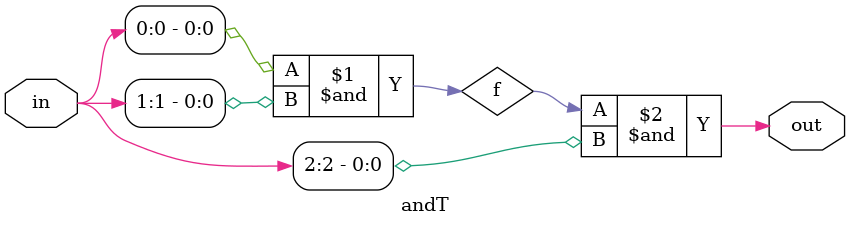
<source format=v>
`timescale 1ns / 1ps
module andT(in,out   );

	input [2:0] in; 
	output out; 
	
	wire f; 
	
	assign f = in[0] & in[1]; 
	assign out = f & in[2];


endmodule





</source>
